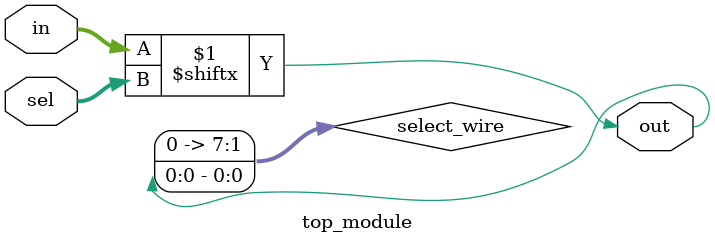
<source format=sv>
module top_module (
	input [255:0] in,
	input [7:0] sel,
	output  out
);

wire [7:0] select_wire;

assign select_wire = in[sel];

assign out = select_wire;
endmodule

</source>
